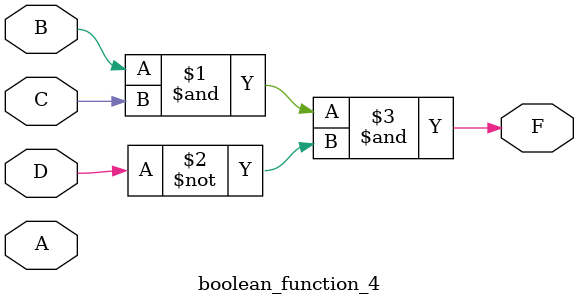
<source format=v>
module boolean_function_4(
input A,
input B,
input C,
input D,
output F);

assign F = (B & C & ~D);
endmodule
</source>
